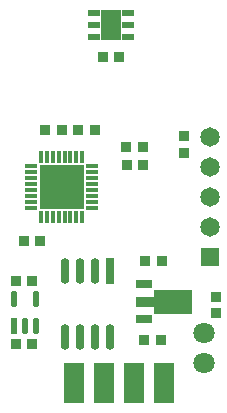
<source format=gts>
G04*
G04 #@! TF.GenerationSoftware,Altium Limited,CircuitStudio,1.5.2 (30)*
G04*
G04 Layer_Color=8388736*
%FSLAX25Y25*%
%MOIN*%
G70*
G01*
G75*
G04:AMPARAMS|DCode=16|XSize=55.4mil|YSize=22.67mil|CornerRadius=11.34mil|HoleSize=0mil|Usage=FLASHONLY|Rotation=90.000|XOffset=0mil|YOffset=0mil|HoleType=Round|Shape=RoundedRectangle|*
%AMROUNDEDRECTD16*
21,1,0.05540,0.00000,0,0,90.0*
21,1,0.03273,0.02267,0,0,90.0*
1,1,0.02267,0.00000,0.01636*
1,1,0.02267,0.00000,-0.01636*
1,1,0.02267,0.00000,-0.01636*
1,1,0.02267,0.00000,0.01636*
%
%ADD16ROUNDEDRECTD16*%
%ADD17R,0.02267X0.05540*%
%ADD41R,0.06591X0.13189*%
%ADD42O,0.02991X0.08591*%
%ADD43R,0.02991X0.08591*%
%ADD44R,0.05709X0.02756*%
%ADD45R,0.06398X0.03740*%
%ADD46R,0.12894X0.07874*%
%ADD47R,0.03591X0.03591*%
%ADD48R,0.03591X0.03591*%
%ADD49O,0.01575X0.04134*%
%ADD50O,0.04134X0.01575*%
%ADD51R,0.14764X0.14764*%
%ADD52R,0.03937X0.02362*%
%ADD53R,0.06890X0.10433*%
%ADD54C,0.06496*%
%ADD55R,0.06496X0.06496*%
%ADD56C,0.07091*%
%ADD57C,0.02953*%
D16*
X278543Y182089D02*
D03*
X286024D02*
D03*
Y173029D02*
D03*
X282283D02*
D03*
D17*
X278543D02*
D03*
D41*
X328524Y153819D02*
D03*
X318524D02*
D03*
X308524D02*
D03*
X298524D02*
D03*
D42*
X295630Y169339D02*
D03*
Y191339D02*
D03*
X305630Y169339D02*
D03*
X310630D02*
D03*
X305630Y191339D02*
D03*
X300630D02*
D03*
Y169339D02*
D03*
D43*
X310630Y191339D02*
D03*
D44*
X322047Y187008D02*
D03*
Y175197D02*
D03*
D45*
X322392Y181102D02*
D03*
D46*
X331496D02*
D03*
D47*
X335433Y236221D02*
D03*
Y230720D02*
D03*
X346063Y177165D02*
D03*
Y182665D02*
D03*
D48*
X327559Y168110D02*
D03*
X322059D02*
D03*
X284646Y187795D02*
D03*
X279146D02*
D03*
X284646Y166929D02*
D03*
X279146D02*
D03*
X327953Y194488D02*
D03*
X322453D02*
D03*
X316223Y226709D02*
D03*
X321723D02*
D03*
X316092Y232458D02*
D03*
X321592D02*
D03*
X308268Y262598D02*
D03*
X313768D02*
D03*
X294488Y238189D02*
D03*
X288988D02*
D03*
X287402Y201181D02*
D03*
X281902D02*
D03*
X300000Y238189D02*
D03*
X305500D02*
D03*
D49*
X301378Y229331D02*
D03*
X299410D02*
D03*
X297441D02*
D03*
X295472D02*
D03*
X293504D02*
D03*
X291535D02*
D03*
X289567D02*
D03*
X287598D02*
D03*
Y209252D02*
D03*
X289567D02*
D03*
X291535D02*
D03*
X293504D02*
D03*
X295472D02*
D03*
X297441D02*
D03*
X299410D02*
D03*
X301378D02*
D03*
D50*
X284449Y226181D02*
D03*
Y224213D02*
D03*
Y222244D02*
D03*
Y220276D02*
D03*
Y218307D02*
D03*
Y216339D02*
D03*
Y214370D02*
D03*
Y212402D02*
D03*
X304528D02*
D03*
Y214370D02*
D03*
Y216339D02*
D03*
Y218307D02*
D03*
Y220276D02*
D03*
Y222244D02*
D03*
Y224213D02*
D03*
Y226181D02*
D03*
D51*
X294488Y219291D02*
D03*
D52*
X305315Y273228D02*
D03*
X316732D02*
D03*
Y277165D02*
D03*
X305315D02*
D03*
Y269291D02*
D03*
X316732D02*
D03*
D53*
X311024Y273228D02*
D03*
D54*
X344094Y236063D02*
D03*
Y226063D02*
D03*
Y216063D02*
D03*
Y206063D02*
D03*
D55*
Y196063D02*
D03*
D56*
X342126Y160473D02*
D03*
Y170473D02*
D03*
D57*
X298819Y223622D02*
D03*
Y219291D02*
D03*
Y214961D02*
D03*
X294488Y223622D02*
D03*
Y219291D02*
D03*
Y214961D02*
D03*
X290158Y223622D02*
D03*
Y219291D02*
D03*
Y214961D02*
D03*
M02*

</source>
